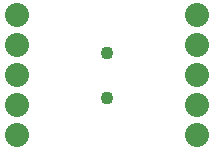
<source format=gbr>
G04 EAGLE Gerber RS-274X export*
G75*
%MOMM*%
%FSLAX34Y34*%
%LPD*%
%INSoldermask Bottom*%
%IPPOS*%
%AMOC8*
5,1,8,0,0,1.08239X$1,22.5*%
G01*
%ADD10C,1.101600*%
%ADD11C,2.032000*%


D10*
X88900Y82550D03*
X88900Y44450D03*
D11*
X165100Y114300D03*
X165100Y88900D03*
X165100Y63500D03*
X165100Y38100D03*
X165100Y12700D03*
X12700Y114300D03*
X12700Y88900D03*
X12700Y63500D03*
X12700Y38100D03*
X12700Y12700D03*
M02*

</source>
